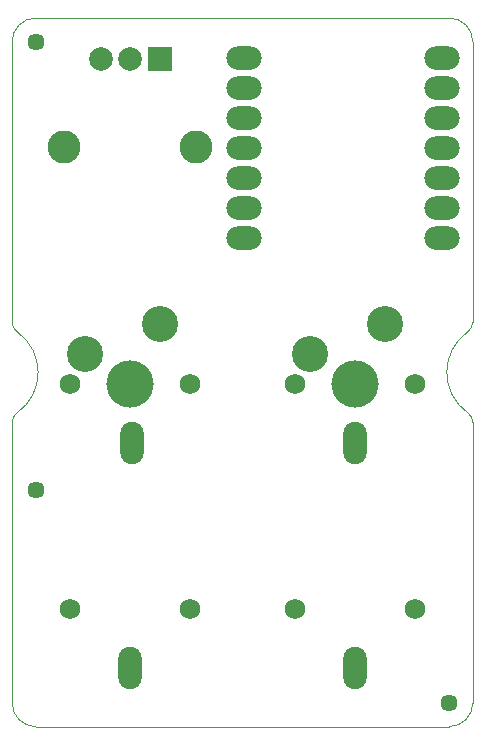
<source format=gts>
%TF.GenerationSoftware,KiCad,Pcbnew,7.0.1*%
%TF.CreationDate,2023-03-19T03:20:37-04:00*%
%TF.ProjectId,Fluxpad,466c7578-7061-4642-9e6b-696361645f70,rev?*%
%TF.SameCoordinates,Original*%
%TF.FileFunction,Soldermask,Top*%
%TF.FilePolarity,Negative*%
%FSLAX46Y46*%
G04 Gerber Fmt 4.6, Leading zero omitted, Abs format (unit mm)*
G04 Created by KiCad (PCBNEW 7.0.1) date 2023-03-19 03:20:37*
%MOMM*%
%LPD*%
G01*
G04 APERTURE LIST*
%ADD10C,1.448000*%
%ADD11C,1.750000*%
%ADD12O,3.000000X2.000000*%
%ADD13C,3.050000*%
%ADD14C,4.000000*%
%ADD15C,2.800000*%
%ADD16C,2.000000*%
%ADD17R,2.000000X2.000000*%
%ADD18O,2.000000X3.600000*%
%TA.AperFunction,Profile*%
%ADD19C,0.100000*%
%TD*%
G04 APERTURE END LIST*
D10*
%TO.C,H3*%
X102500000Y-105000000D03*
%TD*%
%TO.C,H2*%
X137500000Y-123000000D03*
%TD*%
%TO.C,H1*%
X102500000Y-67000000D03*
%TD*%
D11*
%TO.C,U2*%
X115580000Y-115000000D03*
X105420000Y-115000000D03*
%TD*%
%TO.C,U3*%
X134580000Y-115000000D03*
X124420000Y-115000000D03*
%TD*%
D12*
%TO.C,U1*%
X120118000Y-68380000D03*
X120118000Y-70920000D03*
X120118000Y-73460000D03*
X120118000Y-76000000D03*
X120118000Y-78540000D03*
X120118000Y-81080000D03*
X120118000Y-83620000D03*
X136882000Y-83620000D03*
X136882000Y-81080000D03*
X136882000Y-78540000D03*
X136882000Y-76000000D03*
X136882000Y-73460000D03*
X136882000Y-70920000D03*
X136882000Y-68380000D03*
%TD*%
D11*
%TO.C,SW2*%
X134580000Y-96000000D03*
D13*
X132040000Y-90920000D03*
D14*
X129500000Y-96000000D03*
D13*
X125690000Y-93460000D03*
D11*
X124420000Y-96000000D03*
%TD*%
%TO.C,SW1*%
X105420000Y-96000000D03*
D13*
X106690000Y-93460000D03*
D14*
X110500000Y-96000000D03*
D13*
X113040000Y-90920000D03*
D11*
X115580000Y-96000000D03*
%TD*%
D15*
%TO.C,SW3*%
X116100000Y-75950000D03*
X104900000Y-75950000D03*
D16*
X110500000Y-68450000D03*
X108000000Y-68450000D03*
D17*
X113000000Y-68450000D03*
%TD*%
D18*
%TO.C,D2*%
X129500000Y-101000000D03*
%TD*%
%TO.C,D3*%
X110500000Y-120000000D03*
%TD*%
%TO.C,D4*%
X129500000Y-120000000D03*
%TD*%
%TO.C,D1*%
X110650000Y-101000000D03*
%TD*%
D19*
X102500000Y-65000000D02*
G75*
G03*
X100500000Y-67000000I0J-2000000D01*
G01*
X139499998Y-99247352D02*
G75*
G03*
X139076923Y-98430554I-1000016J-8D01*
G01*
X100923077Y-98430554D02*
G75*
G03*
X100923077Y-91569446I-2423077J3430554D01*
G01*
X100923078Y-98430555D02*
G75*
G03*
X100500000Y-99247352I576940J-816808D01*
G01*
X139076923Y-91569446D02*
G75*
G03*
X139076923Y-98430554I2423077J-3430554D01*
G01*
X100500000Y-67000000D02*
X100500000Y-90752648D01*
X102500000Y-125000000D02*
X137500000Y-125000000D01*
X139500000Y-67000000D02*
G75*
G03*
X137500000Y-65000000I-2000000J0D01*
G01*
X100500002Y-90752648D02*
G75*
G03*
X100923078Y-91569445I1000017J9D01*
G01*
X139500000Y-90752648D02*
X139500000Y-67000000D01*
X137500000Y-65000000D02*
X102500000Y-65000000D01*
X137500000Y-125000000D02*
G75*
G03*
X139500000Y-123000000I0J2000000D01*
G01*
X100500000Y-99247352D02*
X100500000Y-123000000D01*
X100500000Y-123000000D02*
G75*
G03*
X102500000Y-125000000I2000000J0D01*
G01*
X139500000Y-123000000D02*
X139500000Y-99247352D01*
X139076922Y-91569445D02*
G75*
G03*
X139500000Y-90752648I-577098J816890D01*
G01*
M02*

</source>
